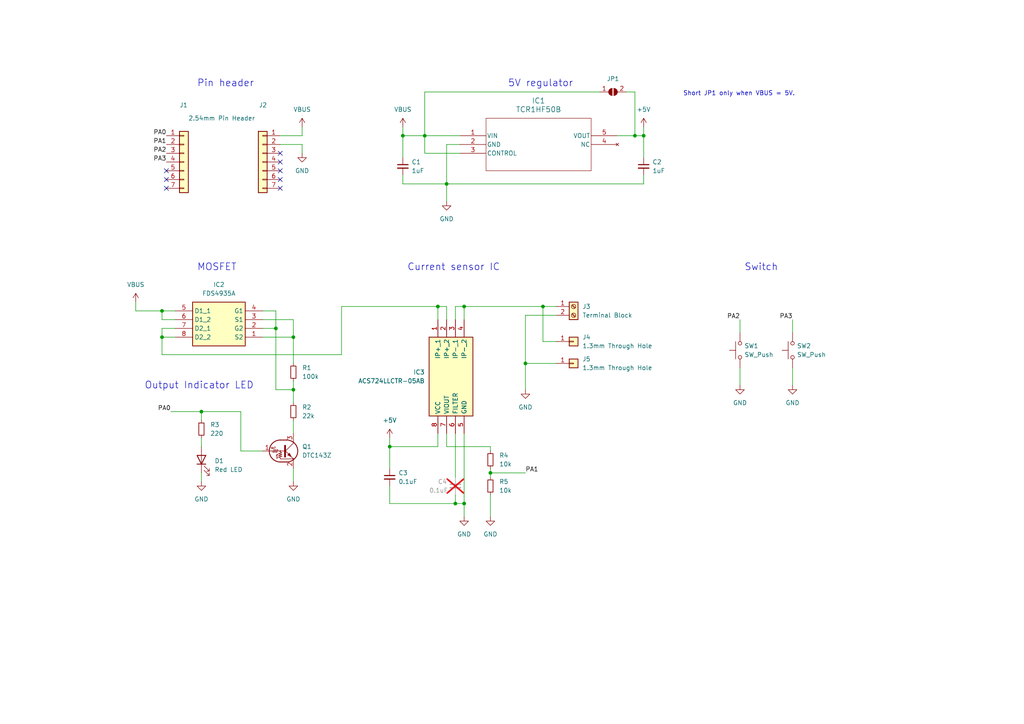
<source format=kicad_sch>
(kicad_sch (version 20230121) (generator eeschema)
  (paper "A4")
  (title_block (title "VBUS Switch Addon Board") (date "2024-09-02") (rev "v2.0") (company "@suzan_works"))
  (lib_symbols
    (symbol "0_My_Library:ACS724LLCTR-05AB-T"
      (property "Reference" "IC" (at 15.24 7.62 0))
      (property "Value" "ACS724LLCTR-05AB" (at 6.35 5.08 0))
      (symbol "ACS724LLCTR-05AB-T_1_1"
        (rectangle (start 5.08 2.54) (end 27.94 -10.16) (stroke (width 0.254)) (fill (type background)))
        (pin passive line (at 0 0 0) (length 5.08) (name "IP+_1") (number "1"))
        (pin passive line (at 0 -2.54 0) (length 5.08) (name "IP+_2") (number "2"))
        (pin passive line (at 0 -5.08 0) (length 5.08) (name "IP-_1") (number "3"))
        (pin passive line (at 0 -7.62 0) (length 5.08) (name "IP-_2") (number "4"))
        (pin passive line (at 33.02 -7.62 180) (length 5.08) (name "GND") (number "5"))
        (pin passive line (at 33.02 -5.08 180) (length 5.08) (name "FILTER") (number "6"))
        (pin passive line (at 33.02 -2.54 180) (length 5.08) (name "VIOUT") (number "7"))
        (pin passive line (at 33.02 0 180) (length 5.08) (name "VCC") (number "8"))
      )
    )
    (symbol "0_My_Library:FDS4935A"
      (property "Reference" "IC" (at 21.59 7.62 0))
      (property "Value" "FDS4935A" (at 21.59 5.08 0))
      (symbol "FDS4935A_1_1"
        (rectangle (start 5.08 2.54) (end 20.32 -10.16) (stroke (width 0.254)) (fill (type background)))
        (pin passive line (at 0 0 0) (length 5.08) (name "S2") (number "1"))
        (pin passive line (at 0 -2.54 0) (length 5.08) (name "G2") (number "2"))
        (pin passive line (at 0 -5.08 0) (length 5.08) (name "S1") (number "3"))
        (pin passive line (at 0 -7.62 0) (length 5.08) (name "G1") (number "4"))
        (pin passive line (at 25.4 -7.62 180) (length 5.08) (name "D1_1") (number "5"))
        (pin passive line (at 25.4 -5.08 180) (length 5.08) (name "D1_2") (number "6"))
        (pin passive line (at 25.4 -2.54 180) (length 5.08) (name "D2_1") (number "7"))
        (pin passive line (at 25.4 0 180) (length 5.08) (name "D2_2") (number "8"))
      )
    )
    (symbol "0_My_Library:TCR1HF50B_LM" (pin_names (offset 0.254))
      (property "Reference" "IC" (at 22.86 10.16 0))
      (property "Value" "TCR1HF50B" (at 22.86 7.62 0))
      (symbol "TCR1HF50B_LM_0_1"
        (polyline (pts (xy 7.62 -10.16) (xy 38.1 -10.16)) (stroke (width 0.127)))
        (polyline (pts (xy 7.62 5.08) (xy 7.62 -10.16)) (stroke (width 0.127)))
        (polyline (pts (xy 38.1 -10.16) (xy 38.1 5.08)) (stroke (width 0.127)))
        (polyline (pts (xy 38.1 5.08) (xy 7.62 5.08)) (stroke (width 0.127)))
        (pin power_in line (at 0 0 0) (length 7.62) (name "VIN") (number "1"))
        (pin power_out line (at 0 -2.54 0) (length 7.62) (name "GND") (number "2"))
        (pin unspecified line (at 0 -5.08 0) (length 7.62) (name "CONTROL") (number "3"))
        (pin no_connect line (at 45.72 -2.54 180) (length 7.62) (name "NC") (number "4"))
        (pin power_in line (at 45.72 0 180) (length 7.62) (name "VOUT") (number "5"))
      )
    )
    (symbol "Connector:Screw_Terminal_01x02" (pin_names (offset 1.016) hide)
      (property "Reference" "J" (at 0 2.54 0))
      (property "Value" "Screw_Terminal_01x02" (at 0 -5.08 0))
      (symbol "Screw_Terminal_01x02_1_1"
        (rectangle (start -1.27 1.27) (end 1.27 -3.81) (stroke (width 0.254)) (fill (type background)))
        (circle (center 0 -2.54) (radius 0.635) (stroke (width 0.1524)))
        (polyline (pts (xy -0.5334 -2.2098) (xy 0.3302 -3.048)) (stroke (width 0.1524)))
        (polyline (pts (xy -0.5334 0.3302) (xy 0.3302 -0.508)) (stroke (width 0.1524)))
        (polyline (pts (xy -0.3556 -2.032) (xy 0.508 -2.8702)) (stroke (width 0.1524)))
        (polyline (pts (xy -0.3556 0.508) (xy 0.508 -0.3302)) (stroke (width 0.1524)))
        (circle (center 0 0) (radius 0.635) (stroke (width 0.1524)))
        (pin passive line (at -5.08 0 0) (length 3.81) (name "Pin_1") (number "1"))
        (pin passive line (at -5.08 -2.54 0) (length 3.81) (name "Pin_2") (number "2"))
      )
    )
    (symbol "Connector_Generic:Conn_01x01" (pin_names (offset 1.016) hide)
      (property "Reference" "J" (at 0 2.54 0))
      (property "Value" "Conn_01x01" (at 0 -2.54 0))
      (symbol "Conn_01x01_1_1"
        (rectangle (start -1.27 0.127) (end 0 -0.127) (stroke (width 0.1524)))
        (rectangle (start -1.27 1.27) (end 1.27 -1.27) (stroke (width 0.254)) (fill (type background)))
        (pin passive line (at -5.08 0 0) (length 3.81) (name "Pin_1") (number "1"))
      )
    )
    (symbol "Connector_Generic:Conn_01x07" (pin_names (offset 1.016) hide)
      (property "Reference" "J" (at 0 10.16 0))
      (property "Value" "Conn_01x07" (at 0 -10.16 0))
      (symbol "Conn_01x07_1_1"
        (rectangle (start -1.27 -7.493) (end 0 -7.747) (stroke (width 0.1524)))
        (rectangle (start -1.27 -4.953) (end 0 -5.207) (stroke (width 0.1524)))
        (rectangle (start -1.27 -2.413) (end 0 -2.667) (stroke (width 0.1524)))
        (rectangle (start -1.27 0.127) (end 0 -0.127) (stroke (width 0.1524)))
        (rectangle (start -1.27 2.667) (end 0 2.413) (stroke (width 0.1524)))
        (rectangle (start -1.27 5.207) (end 0 4.953) (stroke (width 0.1524)))
        (rectangle (start -1.27 7.747) (end 0 7.493) (stroke (width 0.1524)))
        (rectangle (start -1.27 8.89) (end 1.27 -8.89) (stroke (width 0.254)) (fill (type background)))
        (pin passive line (at -5.08 7.62 0) (length 3.81) (name "Pin_1") (number "1"))
        (pin passive line (at -5.08 5.08 0) (length 3.81) (name "Pin_2") (number "2"))
        (pin passive line (at -5.08 2.54 0) (length 3.81) (name "Pin_3") (number "3"))
        (pin passive line (at -5.08 0 0) (length 3.81) (name "Pin_4") (number "4"))
        (pin passive line (at -5.08 -2.54 0) (length 3.81) (name "Pin_5") (number "5"))
        (pin passive line (at -5.08 -5.08 0) (length 3.81) (name "Pin_6") (number "6"))
        (pin passive line (at -5.08 -7.62 0) (length 3.81) (name "Pin_7") (number "7"))
      )
    )
    (symbol "Device:C_Small" (pin_numbers hide) (pin_names (offset 0.254) hide)
      (property "Reference" "C" (at 0.254 1.778 0))
      (property "Value" "C_Small" (at 0.254 -2.032 0))
      (symbol "C_Small_0_1"
        (polyline (pts (xy -1.524 -0.508) (xy 1.524 -0.508)) (stroke (width 0.3302)))
        (polyline (pts (xy -1.524 0.508) (xy 1.524 0.508)) (stroke (width 0.3048)))
      )
      (symbol "C_Small_1_1"
        (pin passive line (at 0 2.54 270) (length 2.032) (name "~") (number "1"))
        (pin passive line (at 0 -2.54 90) (length 2.032) (name "~") (number "2"))
      )
    )
    (symbol "Device:LED" (pin_numbers hide) (pin_names (offset 1.016) hide)
      (property "Reference" "D" (at 0 2.54 0))
      (property "Value" "LED" (at 0 -2.54 0))
      (symbol "LED_0_1"
        (polyline (pts (xy -1.27 -1.27) (xy -1.27 1.27)) (stroke (width 0.254)))
        (polyline (pts (xy -1.27 0) (xy 1.27 0)))
        (polyline (pts (xy 1.27 -1.27) (xy 1.27 1.27) (xy -1.27 0) (xy 1.27 -1.27)) (stroke (width 0.254)))
        (polyline (pts (xy -3.048 -0.762) (xy -4.572 -2.286) (xy -3.81 -2.286) (xy -4.572 -2.286) (xy -4.572 -1.524)))
        (polyline (pts (xy -1.778 -0.762) (xy -3.302 -2.286) (xy -2.54 -2.286) (xy -3.302 -2.286) (xy -3.302 -1.524)))
      )
      (symbol "LED_1_1"
        (pin passive line (at -3.81 0 0) (length 2.54) (name "K") (number "1"))
        (pin passive line (at 3.81 0 180) (length 2.54) (name "A") (number "2"))
      )
    )
    (symbol "Device:R_Small" (pin_numbers hide) (pin_names (offset 0.254) hide)
      (property "Reference" "R" (at 0.762 0.508 0))
      (property "Value" "R_Small" (at 0.762 -1.016 0))
      (symbol "R_Small_0_1"
        (rectangle (start -0.762 1.778) (end 0.762 -1.778) (stroke (width 0.2032)))
      )
      (symbol "R_Small_1_1"
        (pin passive line (at 0 2.54 270) (length 0.762) (name "~") (number "1"))
        (pin passive line (at 0 -2.54 90) (length 0.762) (name "~") (number "2"))
      )
    )
    (symbol "Jumper:SolderJumper_2_Open" (pin_names (offset 0) hide)
      (property "Reference" "JP" (at 0 2.032 0))
      (property "Value" "SolderJumper_2_Open" (at 0 -2.54 0))
      (symbol "SolderJumper_2_Open_0_1"
        (arc (start -0.254 1.016) (mid -1.2656 0) (end -0.254 -1.016))
        (arc (start -0.254 1.016) (mid -1.2656 0) (end -0.254 -1.016) (fill (type outline)))
        (polyline (pts (xy -0.254 1.016) (xy -0.254 -1.016)))
        (polyline (pts (xy 0.254 1.016) (xy 0.254 -1.016)))
        (arc (start 0.254 -1.016) (mid 1.2656 0) (end 0.254 1.016))
        (arc (start 0.254 -1.016) (mid 1.2656 0) (end 0.254 1.016) (fill (type outline)))
      )
      (symbol "SolderJumper_2_Open_1_1"
        (pin passive line (at -3.81 0 0) (length 2.54) (name "A") (number "1"))
        (pin passive line (at 3.81 0 180) (length 2.54) (name "B") (number "2"))
      )
    )
    (symbol "Switch:SW_Push" (pin_numbers hide) (pin_names (offset 1.016) hide)
      (property "Reference" "SW" (at 1.27 2.54 0))
      (property "Value" "SW_Push" (at 0 -1.524 0))
      (symbol "SW_Push_0_1"
        (circle (center -2.032 0) (radius 0.508))
        (polyline (pts (xy 0 1.27) (xy 0 3.048)))
        (polyline (pts (xy 2.54 1.27) (xy -2.54 1.27)))
        (circle (center 2.032 0) (radius 0.508))
        (pin passive line (at -5.08 0 0) (length 2.54) (name "1") (number "1"))
        (pin passive line (at 5.08 0 180) (length 2.54) (name "2") (number "2"))
      )
    )
    (symbol "Transistor_BJT:DTC143Z" (pin_names (offset 0) hide)
      (property "Reference" "Q" (at 5.08 1.905 0))
      (property "Value" "DTC143Z" (at 5.08 0 0))
      (symbol "DTC143Z_0_0"
        (text "47k" (at -2.159 -1.524 900) (effects (font (size 0.508 0.508))))
        (text "4k7" (at -3.302 0.889 0) (effects (font (size 0.508 0.508))))
      )
      (symbol "DTC143Z_0_1"
        (circle (center -1.27 0) (radius 0.127))
        (arc (start -1.27 3.175) (mid -4.4312 0) (end -1.27 -3.175) (stroke (width 0.254)))
        (polyline (pts (xy -3.429 0) (xy -3.81 0)))
        (polyline (pts (xy -1.27 -3.175) (xy 0.635 -3.175)) (stroke (width 0.254)))
        (polyline (pts (xy -1.27 3.175) (xy 0.635 3.175)) (stroke (width 0.254)))
        (polyline (pts (xy 0 -0.254) (xy 2.54 2.286)))
        (polyline (pts (xy 0.127 1.524) (xy 0.127 -1.651)) (stroke (width 0.508)) (fill (type outline)))
        (polyline (pts (xy 2.54 2.286) (xy 2.54 2.54)))
        (polyline (pts (xy 2.54 -2.286) (xy 0 0.254) (xy 0 0.254)))
        (polyline (pts (xy 0.889 -1.143) (xy 1.397 -0.635) (xy 1.905 -1.651) (xy 0.889 -1.143)) (fill (type outline)))
        (polyline (pts (xy 0 0) (xy -1.905 0) (xy -2.032 0.508) (xy -2.286 -0.508) (xy -2.54 0.508) (xy -2.794 -0.508) (xy -3.048 0.508) (xy -3.302 -0.508) (xy -3.429 0)))
        (polyline (pts (xy -1.27 0) (xy -1.27 -0.381) (xy -0.762 -0.508) (xy -1.778 -0.762) (xy -0.762 -1.016) (xy -1.778 -1.27) (xy -0.762 -1.524) (xy -1.778 -1.778) (xy -1.27 -1.905) (xy -1.27 -2.286) (xy 2.54 -2.286)))
        (arc (start 0.635 -3.175) (mid 3.7962 0) (end 0.635 3.175) (stroke (width 0.254)))
        (circle (center 2.54 -2.286) (radius 0.127))
      )
      (symbol "DTC143Z_1_1"
        (pin input line (at -6.35 0 0) (length 2.54) (name "B") (number "1"))
        (pin passive line (at 2.54 -5.08 90) (length 2.54) (name "E") (number "2"))
        (pin passive line (at 2.54 5.08 270) (length 2.54) (name "C") (number "3"))
      )
    )
    (symbol "power:+5V" (power) (pin_names (offset 0))
      (property "Value" "+5V" (at 0 3.556 0))
      (symbol "+5V_0_1"
        (polyline (pts (xy -0.762 1.27) (xy 0 2.54)))
        (polyline (pts (xy 0 0) (xy 0 2.54)))
        (polyline (pts (xy 0 2.54) (xy 0.762 1.27)))
      )
      (symbol "+5V_1_1"
        (pin power_in line (at 0 0 90) (length 0) hide (name "+5V") (number "1"))
      )
    )
    (symbol "power:GND" (power) (pin_names (offset 0))
      (property "Value" "GND" (at 0 -3.81 0))
      (symbol "GND_0_1"
        (polyline (pts (xy 0 0) (xy 0 -1.27) (xy 1.27 -1.27) (xy 0 -2.54) (xy -1.27 -1.27) (xy 0 -1.27)))
      )
      (symbol "GND_1_1"
        (pin power_in line (at 0 0 270) (length 0) hide (name "GND") (number "1"))
      )
    )
    (symbol "power:VBUS" (power) (pin_names (offset 0))
      (property "Value" "VBUS" (at 0 3.81 0))
      (symbol "VBUS_0_1"
        (polyline (pts (xy -0.762 1.27) (xy 0 2.54)))
        (polyline (pts (xy 0 0) (xy 0 2.54)))
        (polyline (pts (xy 0 2.54) (xy 0.762 1.27)))
      )
      (symbol "VBUS_1_1"
        (pin power_in line (at 0 0 90) (length 0) hide (name "VBUS") (number "1"))
      )
    )
  )
  (junction (at 46.99 97.79))
  (junction (at 46.99 90.17))
  (junction (at 129.54 53.34))
  (junction (at 127 88.9))
  (junction (at 58.42 119.38))
  (junction (at 113.03 129.54))
  (junction (at 134.62 88.9))
  (junction (at 116.84 39.37))
  (junction (at 134.62 146.05))
  (junction (at 157.48 88.9))
  (junction (at 85.09 97.79))
  (junction (at 184.15 39.37))
  (junction (at 80.01 95.25))
  (junction (at 186.69 39.37))
  (junction (at 152.4 105.41))
  (junction (at 132.08 146.05))
  (junction (at 123.19 39.37))
  (junction (at 142.24 137.16))
  (junction (at 85.09 113.03))
  (no_connect (at 48.26 54.61))
  (no_connect (at 81.28 52.07))
  (no_connect (at 81.28 49.53))
  (no_connect (at 48.26 52.07))
  (no_connect (at 81.28 44.45))
  (no_connect (at 48.26 49.53))
  (no_connect (at 81.28 46.99))
  (no_connect (at 81.28 54.61))
  (wire (pts (xy 58.42 119.38) (xy 58.42 121.92)))
  (wire (pts (xy 46.99 95.25) (xy 46.99 97.79)))
  (wire (pts (xy 113.03 127) (xy 113.03 129.54)))
  (wire (pts (xy 142.24 137.16) (xy 142.24 138.43)))
  (wire (pts (xy 85.09 113.03) (xy 85.09 116.84)))
  (wire (pts (xy 46.99 97.79) (xy 50.8 97.79)))
  (wire (pts (xy 46.99 102.87) (xy 99.06 102.87)))
  (wire (pts (xy 186.69 53.34) (xy 186.69 50.8)))
  (wire (pts (xy 142.24 129.54) (xy 142.24 130.81)))
  (wire (pts (xy 132.08 143.51) (xy 132.08 146.05)))
  (wire (pts (xy 142.24 137.16) (xy 152.4 137.16)))
  (wire (pts (xy 76.2 92.71) (xy 85.09 92.71)))
  (wire (pts (xy 113.03 146.05) (xy 113.03 140.97)))
  (wire (pts (xy 127 88.9) (xy 127 92.71)))
  (wire (pts (xy 46.99 97.79) (xy 46.99 102.87)))
  (wire (pts (xy 69.85 119.38) (xy 69.85 130.81)))
  (wire (pts (xy 179.07 39.37) (xy 184.15 39.37)))
  (wire (pts (xy 132.08 125.73) (xy 132.08 138.43)))
  (wire (pts (xy 113.03 129.54) (xy 113.03 135.89)))
  (wire (pts (xy 229.87 106.68) (xy 229.87 111.76)))
  (wire (pts (xy 161.29 99.06) (xy 157.48 99.06)))
  (wire (pts (xy 129.54 129.54) (xy 129.54 125.73)))
  (wire (pts (xy 116.84 39.37) (xy 123.19 39.37)))
  (wire (pts (xy 132.08 146.05) (xy 113.03 146.05)))
  (wire (pts (xy 157.48 99.06) (xy 157.48 88.9)))
  (wire (pts (xy 76.2 97.79) (xy 85.09 97.79)))
  (wire (pts (xy 123.19 26.67) (xy 173.99 26.67)))
  (wire (pts (xy 76.2 90.17) (xy 80.01 90.17)))
  (wire (pts (xy 133.35 41.91) (xy 129.54 41.91)))
  (wire (pts (xy 157.48 88.9) (xy 161.29 88.9)))
  (wire (pts (xy 85.09 135.89) (xy 85.09 139.7)))
  (wire (pts (xy 46.99 92.71) (xy 50.8 92.71)))
  (wire (pts (xy 85.09 121.92) (xy 85.09 125.73)))
  (wire (pts (xy 129.54 53.34) (xy 186.69 53.34)))
  (wire (pts (xy 99.06 88.9) (xy 127 88.9)))
  (wire (pts (xy 87.63 36.83) (xy 87.63 39.37)))
  (wire (pts (xy 142.24 135.89) (xy 142.24 137.16)))
  (wire (pts (xy 39.37 90.17) (xy 46.99 90.17)))
  (wire (pts (xy 129.54 41.91) (xy 129.54 53.34)))
  (wire (pts (xy 129.54 53.34) (xy 129.54 58.42)))
  (wire (pts (xy 132.08 88.9) (xy 134.62 88.9)))
  (wire (pts (xy 123.19 39.37) (xy 133.35 39.37)))
  (wire (pts (xy 132.08 92.71) (xy 132.08 88.9)))
  (wire (pts (xy 116.84 50.8) (xy 116.84 53.34)))
  (wire (pts (xy 58.42 127) (xy 58.42 129.54)))
  (wire (pts (xy 152.4 91.44) (xy 152.4 105.41)))
  (wire (pts (xy 39.37 87.63) (xy 39.37 90.17)))
  (wire (pts (xy 134.62 146.05) (xy 132.08 146.05)))
  (wire (pts (xy 80.01 95.25) (xy 80.01 113.03)))
  (wire (pts (xy 87.63 41.91) (xy 87.63 44.45)))
  (wire (pts (xy 46.99 90.17) (xy 46.99 92.71)))
  (wire (pts (xy 142.24 143.51) (xy 142.24 149.86)))
  (wire (pts (xy 58.42 137.16) (xy 58.42 139.7)))
  (wire (pts (xy 116.84 36.83) (xy 116.84 39.37)))
  (wire (pts (xy 134.62 88.9) (xy 134.62 92.71)))
  (wire (pts (xy 69.85 130.81) (xy 76.2 130.81)))
  (wire (pts (xy 50.8 95.25) (xy 46.99 95.25)))
  (wire (pts (xy 80.01 113.03) (xy 85.09 113.03)))
  (wire (pts (xy 58.42 119.38) (xy 49.53 119.38)))
  (wire (pts (xy 152.4 105.41) (xy 161.29 105.41)))
  (wire (pts (xy 85.09 113.03) (xy 85.09 110.49)))
  (wire (pts (xy 134.62 88.9) (xy 157.48 88.9)))
  (wire (pts (xy 116.84 39.37) (xy 116.84 45.72)))
  (wire (pts (xy 214.63 106.68) (xy 214.63 111.76)))
  (wire (pts (xy 127 129.54) (xy 127 125.73)))
  (wire (pts (xy 113.03 129.54) (xy 127 129.54)))
  (wire (pts (xy 129.54 88.9) (xy 129.54 92.71)))
  (wire (pts (xy 46.99 90.17) (xy 50.8 90.17)))
  (wire (pts (xy 123.19 39.37) (xy 123.19 26.67)))
  (wire (pts (xy 81.28 41.91) (xy 87.63 41.91)))
  (wire (pts (xy 99.06 102.87) (xy 99.06 88.9)))
  (wire (pts (xy 181.61 26.67) (xy 184.15 26.67)))
  (wire (pts (xy 133.35 44.45) (xy 123.19 44.45)))
  (wire (pts (xy 85.09 97.79) (xy 85.09 105.41)))
  (wire (pts (xy 186.69 36.83) (xy 186.69 39.37)))
  (wire (pts (xy 184.15 39.37) (xy 186.69 39.37)))
  (wire (pts (xy 69.85 119.38) (xy 58.42 119.38)))
  (wire (pts (xy 214.63 92.71) (xy 214.63 96.52)))
  (wire (pts (xy 152.4 105.41) (xy 152.4 113.03)))
  (wire (pts (xy 116.84 53.34) (xy 129.54 53.34)))
  (wire (pts (xy 134.62 125.73) (xy 134.62 146.05)))
  (wire (pts (xy 127 88.9) (xy 129.54 88.9)))
  (wire (pts (xy 123.19 44.45) (xy 123.19 39.37)))
  (wire (pts (xy 142.24 129.54) (xy 129.54 129.54)))
  (wire (pts (xy 87.63 39.37) (xy 81.28 39.37)))
  (wire (pts (xy 134.62 146.05) (xy 134.62 149.86)))
  (wire (pts (xy 85.09 92.71) (xy 85.09 97.79)))
  (wire (pts (xy 186.69 39.37) (xy 186.69 45.72)))
  (wire (pts (xy 80.01 90.17) (xy 80.01 95.25)))
  (wire (pts (xy 161.29 91.44) (xy 152.4 91.44)))
  (wire (pts (xy 229.87 92.71) (xy 229.87 96.52)))
  (wire (pts (xy 184.15 26.67) (xy 184.15 39.37)))
  (wire (pts (xy 76.2 95.25) (xy 80.01 95.25)))
  (text "Output Indicator LED" (at 41.91 113.03 0) (effects (font (size 2 2)) (justify left bottom)))
  (text "Switch" (at 215.9 78.74 0) (effects (font (size 2 2)) (justify left bottom)))
  (text "5V regulator" (at 147.32 25.4 0) (effects (font (size 2 2)) (justify left bottom)))
  (text "Current sensor IC" (at 118.11 78.74 0) (effects (font (size 2 2)) (justify left bottom)))
  (text "MOSFET" (at 57.15 78.74 0) (effects (font (size 2 2)) (justify left bottom)))
  (text "Pin header" (at 57.15 25.4 0) (effects (font (size 2 2)) (justify left bottom)))
  (text "Short JP1 only when VBUS = 5V." (at 198.12 27.94 0) (effects (font (size 1.27 1.27)) (justify left bottom)))
  (label "PA3" (at 48.26 46.99 180))
  (label "PA2" (at 48.26 44.45 180))
  (label "PA0" (at 49.53 119.38 180))
  (label "PA2" (at 214.63 92.71 180))
  (label "PA1" (at 48.26 41.91 180))
  (label "PA0" (at 48.26 39.37 180))
  (label "PA3" (at 229.87 92.71 180))
  (label "PA1" (at 152.4 137.16 0))
  (symbol (lib_id "Device:R_Small") (at 142.24 133.35 0) (unit 1)
    (property "Reference" "R4" (at 144.78 132.08 0) (effects (justify left)))
    (property "Value" "10k" (at 144.78 134.62 0) (effects (justify left)))
    (property "Footprint" "Resistor_SMD:R_0402_1005Metric" (effects hide))
  )
  (symbol (lib_id "power:+5V") (at 113.03 127 0) (unit 1)
    (property "Reference" "#PWR010" (effects hide))
    (property "Value" "+5V" (at 113.03 121.92 0))
  )
  (symbol (lib_id "Device:C_Small") (at 186.69 48.26 0) (unit 1)
    (property "Reference" "C2" (at 189.23 46.9963 0) (effects (justify left)))
    (property "Value" "1uF" (at 189.23 49.5363 0) (effects (justify left)))
    (property "Footprint" "Capacitor_SMD:C_0402_1005Metric" (effects hide))
  )
  (symbol (lib_id "power:GND") (at 58.42 139.7 0) (unit 1)
    (property "Reference" "#PWR013" (effects hide))
    (property "Value" "GND" (at 58.42 144.78 0))
  )
  (symbol (lib_id "0_My_Library:TCR1HF50B_LM") (at 133.35 39.37 0) (unit 1)
    (property "Reference" "IC1" (at 156.21 29.21 0) (effects (font (size 1.524 1.524))))
    (property "Value" "TCR1HF50B" (at 156.21 31.75 0) (effects (font (size 1.524 1.524))))
    (property "Footprint" "0_My_Library:TCR1HF50B" (effects hide))
    (property "Datasheet" "TCR1HF50B_LM" (effects hide))
  )
  (symbol (lib_id "0_My_Library:FDS4935A") (at 76.2 97.79 180) (unit 1)
    (property "Reference" "IC2" (at 63.5 82.55 0))
    (property "Value" "FDS4935A" (at 63.5 85.09 0))
    (property "Footprint" "0_My_Library:FDS4935A" (effects hide))
    (property "Datasheet" "http://uk.rs-online.com/web/p/products/6710532P" (effects hide))
    (property "Height" "1.75" (effects hide))
    (property "RS Part Number" "6710532P" (effects hide))
    (property "RS Price/Stock" "http://uk.rs-online.com/web/p/products/6710532P" (effects hide))
    (property "Manufacturer_Name" "onsemi" (effects hide))
    (property "Manufacturer_Part_Number" "FDS4935A" (effects hide))
  )
  (symbol (lib_id "Connector:Screw_Terminal_01x02") (at 166.37 88.9 0) (unit 1)
    (property "Reference" "J3" (at 168.91 88.9 0) (effects (justify left)))
    (property "Value" "Terminal Block" (at 168.91 91.44 0) (effects (justify left)))
    (property "Footprint" "TerminalBlock_TE-Connectivity:TerminalBlock_TE_282834-2_1x02_P2.54mm_Horizontal" (effects hide))
  )
  (symbol (lib_id "Jumper:SolderJumper_2_Open") (at 177.8 26.67 0) (unit 1)
    (property "Reference" "JP1" (at 177.8 22.86 0))
    (property "Value" "SolderJumper_2_Open" (effects hide))
    (property "Footprint" "0_My_Library:SolderJumper-2_P1.3mm_Open_Pad0.8x1.2mm" (effects hide))
  )
  (symbol (lib_id "Connector_Generic:Conn_01x07") (at 76.2 46.99 0) (mirror y) (unit 1)
    (property "Reference" "J2" (at 77.47 30.48 0) (effects (justify left)))
    (property "Value" "Conn_01x07" (effects hide))
    (property "Footprint" "Connector_PinHeader_2.54mm:PinHeader_1x07_P2.54mm_Vertical" (effects hide))
  )
  (symbol (lib_id "power:GND") (at 129.54 58.42 0) (unit 1)
    (property "Reference" "#PWR05" (effects hide))
    (property "Value" "GND" (at 129.54 63.5 0))
  )
  (symbol (lib_id "Device:R_Small") (at 85.09 107.95 0) (unit 1)
    (property "Reference" "R1" (at 87.63 106.68 0) (effects (justify left)))
    (property "Value" "100k" (at 87.63 109.22 0) (effects (justify left)))
    (property "Footprint" "Resistor_SMD:R_0402_1005Metric" (effects hide))
  )
  (symbol (lib_id "Device:LED") (at 58.42 133.35 90) (unit 1)
    (property "Reference" "D1" (at 62.23 133.6675 90) (effects (justify right)))
    (property "Value" "Red LED" (at 62.23 136.2075 90) (effects (justify right)))
    (property "Footprint" "LED_SMD:LED_0402_1005Metric" (effects hide))
  )
  (symbol (lib_id "power:+5V") (at 186.69 36.83 0) (unit 1)
    (property "Reference" "#PWR03" (effects hide))
    (property "Value" "+5V" (at 186.69 31.75 0))
  )
  (symbol (lib_id "power:GND") (at 229.87 111.76 0) (unit 1)
    (property "Reference" "#PWR09" (effects hide))
    (property "Value" "GND" (at 229.87 116.84 0))
  )
  (symbol (lib_id "power:VBUS") (at 116.84 36.83 0) (unit 1)
    (property "Reference" "#PWR02" (effects hide))
    (property "Value" "VBUS" (at 116.84 31.75 0))
  )
  (symbol (lib_id "power:VBUS") (at 87.63 36.83 0) (unit 1)
    (property "Reference" "#PWR01" (effects hide))
    (property "Value" "VBUS" (at 87.63 31.75 0))
  )
  (symbol (lib_id "power:GND") (at 152.4 113.03 0) (unit 1)
    (property "Reference" "#PWR07" (effects hide))
    (property "Value" "GND" (at 152.4 118.11 0))
  )
  (symbol (lib_id "Connector_Generic:Conn_01x01") (at 166.37 99.06 0) (unit 1)
    (property "Reference" "J4" (at 168.91 97.79 0) (effects (justify left)))
    (property "Value" "1.3mm Through Hole" (at 168.91 100.33 0) (effects (justify left)))
    (property "Footprint" "Connector_Pin:Pin_D1.3mm_L11.0mm" (effects hide))
  )
  (symbol (lib_id "Device:C_Small") (at 132.08 140.97 0) (unit 1) (dnp yes)
    (property "Reference" "C4" (at 127 139.7 0) (effects (justify left)))
    (property "Value" "0.1uF" (at 124.46 142.24 0) (effects (justify left)))
    (property "Footprint" "Capacitor_SMD:C_0402_1005Metric" (effects hide))
  )
  (symbol (lib_id "Transistor_BJT:DTC143Z") (at 82.55 130.81 0) (unit 1)
    (property "Reference" "Q1" (at 87.63 129.54 0) (effects (justify left)))
    (property "Value" "DTC143Z" (at 87.63 132.08 0) (effects (justify left)))
    (property "Footprint" "Package_TO_SOT_SMD:SOT-323_SC-70" (effects hide))
  )
  (symbol (lib_id "Device:R_Small") (at 142.24 140.97 0) (unit 1)
    (property "Reference" "R5" (at 144.78 139.7 0) (effects (justify left)))
    (property "Value" "10k" (at 144.78 142.24 0) (effects (justify left)))
    (property "Footprint" "Resistor_SMD:R_0402_1005Metric" (effects hide))
  )
  (symbol (lib_id "power:GND") (at 214.63 111.76 0) (unit 1)
    (property "Reference" "#PWR08" (effects hide))
    (property "Value" "GND" (at 214.63 116.84 0))
  )
  (symbol (lib_id "power:VBUS") (at 39.37 87.63 0) (unit 1)
    (property "Reference" "#PWR06" (effects hide))
    (property "Value" "VBUS" (at 39.37 82.55 0))
  )
  (symbol (lib_id "power:GND") (at 85.09 139.7 0) (unit 1)
    (property "Reference" "#PWR011" (effects hide))
    (property "Value" "GND" (at 85.09 144.78 0))
  )
  (symbol (lib_id "Connector_Generic:Conn_01x01") (at 166.37 105.41 0) (unit 1)
    (property "Reference" "J5" (at 168.91 104.14 0) (effects (justify left)))
    (property "Value" "1.3mm Through Hole" (at 168.91 106.68 0) (effects (justify left)))
    (property "Footprint" "Connector_Pin:Pin_D1.3mm_L11.0mm" (effects hide))
  )
  (symbol (lib_id "Device:C_Small") (at 116.84 48.26 0) (unit 1)
    (property "Reference" "C1" (at 119.38 46.9963 0) (effects (justify left)))
    (property "Value" "1uF" (at 119.38 49.5363 0) (effects (justify left)))
    (property "Footprint" "Capacitor_SMD:C_0402_1005Metric" (effects hide))
  )
  (symbol (lib_id "power:GND") (at 134.62 149.86 0) (unit 1)
    (property "Reference" "#PWR012" (effects hide))
    (property "Value" "GND" (at 134.62 154.94 0))
  )
  (symbol (lib_id "Device:R_Small") (at 85.09 119.38 0) (unit 1)
    (property "Reference" "R2" (at 87.63 118.11 0) (effects (justify left)))
    (property "Value" "22k" (at 87.63 120.65 0) (effects (justify left)))
    (property "Footprint" "Resistor_SMD:R_0402_1005Metric" (effects hide))
  )
  (symbol (lib_id "Device:R_Small") (at 58.42 124.46 0) (unit 1)
    (property "Reference" "R3" (at 60.96 123.19 0) (effects (justify left)))
    (property "Value" "220" (at 60.96 125.73 0) (effects (justify left)))
    (property "Footprint" "Resistor_SMD:R_0402_1005Metric" (effects hide))
  )
  (symbol (lib_id "Switch:SW_Push") (at 229.87 101.6 90) (unit 1)
    (property "Reference" "SW2" (at 231.14 100.33 90) (effects (justify right)))
    (property "Value" "SW_Push" (at 231.14 102.87 90) (effects (justify right)))
    (property "Footprint" "Button_Switch_SMD:SW_Push_SPST_NO_Alps_SKRK" (effects hide))
  )
  (symbol (lib_id "Device:C_Small") (at 113.03 138.43 0) (unit 1)
    (property "Reference" "C3" (at 115.57 137.1663 0) (effects (justify left)))
    (property "Value" "0.1uF" (at 115.57 139.7063 0) (effects (justify left)))
    (property "Footprint" "Capacitor_SMD:C_0402_1005Metric" (effects hide))
  )
  (symbol (lib_id "Connector_Generic:Conn_01x07") (at 53.34 46.99 0) (unit 1)
    (property "Reference" "J1" (at 52.07 30.48 0) (effects (justify left)))
    (property "Value" "2.54mm Pin Header" (at 54.61 34.29 0) (effects (justify left)))
    (property "Footprint" "Connector_PinHeader_2.54mm:PinHeader_1x07_P2.54mm_Vertical" (effects hide))
  )
  (symbol (lib_id "power:GND") (at 142.24 149.86 0) (unit 1)
    (property "Reference" "#PWR014" (effects hide))
    (property "Value" "GND" (at 142.24 154.94 0))
  )
  (symbol (lib_id "Switch:SW_Push") (at 214.63 101.6 90) (unit 1)
    (property "Reference" "SW1" (at 215.9 100.33 90) (effects (justify right)))
    (property "Value" "SW_Push" (at 215.9 102.87 90) (effects (justify right)))
    (property "Footprint" "Button_Switch_SMD:SW_Push_SPST_NO_Alps_SKRK" (effects hide))
  )
  (symbol (lib_id "0_My_Library:ACS724LLCTR-05AB-T") (at 127 92.71 90) (mirror x) (unit 1)
    (property "Reference" "IC3" (at 123.19 107.95 90) (effects (justify left)))
    (property "Value" "ACS724LLCTR-05AB" (at 123.19 110.49 90) (effects (justify left)))
    (property "Footprint" "0_My_Library:ACS724LLCTR-05AB" (effects hide))
    (property "Datasheet" "https://www.arrow.com/en/products/acs724llctr-05ab-t/allegro-microsystems" (effects hide))
    (property "Height" "1.75" (effects hide))
    (property "Manufacturer_Name" "Allegro Microsystems" (effects hide))
    (property "Manufacturer_Part_Number" "ACS724LLCTR-05AB-T" (effects hide))
  )
  (symbol (lib_id "power:GND") (at 87.63 44.45 0) (unit 1)
    (property "Reference" "#PWR04" (effects hide))
    (property "Value" "GND" (at 87.63 49.53 0))
  )
)
</source>
